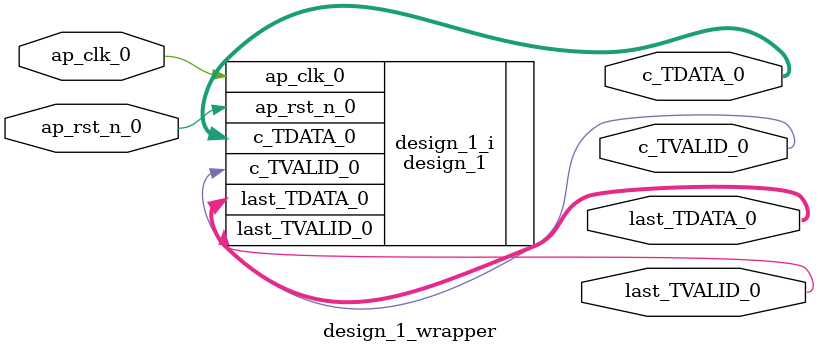
<source format=v>
`timescale 1 ps / 1 ps

module design_1_wrapper
   (ap_clk_0,
    ap_rst_n_0,
    c_TDATA_0,
    c_TVALID_0,
    last_TDATA_0,
    last_TVALID_0);
  input ap_clk_0;
  input ap_rst_n_0;
  output [63:0]c_TDATA_0;
  output c_TVALID_0;
  output [7:0]last_TDATA_0;
  output last_TVALID_0;

  wire ap_clk_0;
  wire ap_rst_n_0;
  wire [63:0]c_TDATA_0;
  wire c_TVALID_0;
  wire [7:0]last_TDATA_0;
  wire last_TVALID_0;

  design_1 design_1_i
       (.ap_clk_0(ap_clk_0),
        .ap_rst_n_0(ap_rst_n_0),
        .c_TDATA_0(c_TDATA_0),
        .c_TVALID_0(c_TVALID_0),
        .last_TDATA_0(last_TDATA_0),
        .last_TVALID_0(last_TVALID_0));
endmodule

</source>
